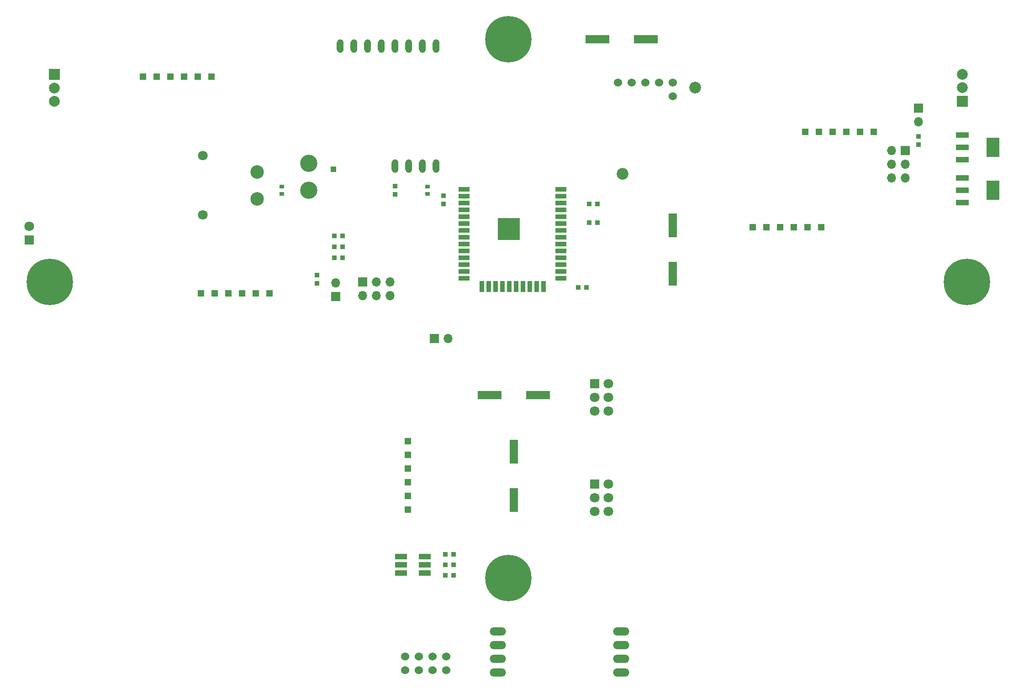
<source format=gts>
%TF.GenerationSoftware,KiCad,Pcbnew,8.0.3*%
%TF.CreationDate,2024-07-01T16:21:36+02:00*%
%TF.ProjectId,bottomPCB,626f7474-6f6d-4504-9342-2e6b69636164,rev?*%
%TF.SameCoordinates,Original*%
%TF.FileFunction,Soldermask,Top*%
%TF.FilePolarity,Negative*%
%FSLAX46Y46*%
G04 Gerber Fmt 4.6, Leading zero omitted, Abs format (unit mm)*
G04 Created by KiCad (PCBNEW 8.0.3) date 2024-07-01 16:21:36*
%MOMM*%
%LPD*%
G01*
G04 APERTURE LIST*
%ADD10R,1.308000X1.308000*%
%ADD11R,2.464999X1.050013*%
%ADD12R,2.464999X3.540005*%
%ADD13R,1.650013X4.500000*%
%ADD14C,8.600000*%
%ADD15O,3.016000X1.508000*%
%ADD16R,1.700000X1.700000*%
%ADD17O,1.700000X1.700000*%
%ADD18R,0.806477X0.864008*%
%ADD19R,4.500000X1.650013*%
%ADD20R,2.000000X0.900000*%
%ADD21R,0.900000X2.000000*%
%ADD22R,4.100000X4.100000*%
%ADD23R,0.900000X0.800000*%
%ADD24R,2.264999X1.000000*%
%ADD25R,2.000000X2.000000*%
%ADD26C,2.000000*%
%ADD27R,0.864008X0.806477*%
%ADD28C,3.200000*%
%ADD29C,2.180000*%
%ADD30C,1.530000*%
%ADD31R,1.800000X1.800000*%
%ADD32C,1.800000*%
%ADD33O,1.270000X2.540000*%
%ADD34R,1.108000X1.108000*%
%ADD35C,2.500000*%
%ADD36C,1.524003*%
G04 APERTURE END LIST*
D10*
%TO.C,ESCON-V4*%
X-47574800Y13121400D03*
X-50114800Y13121400D03*
X-52654800Y13121400D03*
X-55194800Y13121400D03*
X-45034800Y13121400D03*
X-57734800Y13121400D03*
%TD*%
D11*
%TO.C,U9*%
X94142495Y2254812D03*
X94142495Y-45163D03*
X94142495Y-2345138D03*
D12*
X99857507Y-45163D03*
%TD*%
D13*
%TO.C,C7*%
X40500000Y-14500127D03*
X40500000Y-23499873D03*
%TD*%
D14*
%TO.C,H2*%
X-75000000Y-25000000D03*
%TD*%
D15*
%TO.C,Taster_LED1*%
X8070000Y-89865000D03*
X8070000Y-92405000D03*
X8070000Y-94945000D03*
X8070000Y-97485000D03*
X30930000Y-97485000D03*
X30930000Y-94945000D03*
X30930000Y-92405000D03*
X30930000Y-89865000D03*
%TD*%
D16*
%TO.C,J4*%
X83600000Y-600000D03*
D17*
X81060000Y-600000D03*
X83600000Y-3140000D03*
X81060000Y-3140000D03*
X83600000Y-5679999D03*
X81060000Y-5680000D03*
%TD*%
D18*
%TO.C,R3*%
X26500000Y-10500000D03*
X24993268Y-10500000D03*
%TD*%
D14*
%TO.C,H1*%
X10000000Y20000000D03*
%TD*%
D19*
%TO.C,C8*%
X26500127Y20000000D03*
X35499873Y20000000D03*
%TD*%
D18*
%TO.C,R8*%
X-1707518Y-75552653D03*
X-200786Y-75552653D03*
%TD*%
D14*
%TO.C,H3*%
X95000000Y-25000000D03*
%TD*%
D10*
%TO.C,ESCON-V3*%
X-44425200Y-27121400D03*
X-41885200Y-27121400D03*
X-39345200Y-27121400D03*
X-36805200Y-27121400D03*
X-46965200Y-27121400D03*
X-34265200Y-27121400D03*
%TD*%
D20*
%TO.C,U2*%
X1769622Y-7823381D03*
X1769622Y-9093384D03*
X1769622Y-10363386D03*
X1769622Y-11633389D03*
X1769622Y-12903391D03*
X1769622Y-14173394D03*
X1769622Y-15443396D03*
X1769622Y-16713399D03*
X1769622Y-17983402D03*
X1769622Y-19253404D03*
X1769622Y-20523407D03*
X1769622Y-21793409D03*
X1769622Y-23063412D03*
X1769622Y-24333414D03*
D21*
X5054610Y-25833541D03*
X6324613Y-25833541D03*
X7594615Y-25833541D03*
X8864618Y-25833541D03*
X10134620Y-25833541D03*
X11404623Y-25833541D03*
X12674625Y-25833541D03*
X13944628Y-25833541D03*
X15214630Y-25833541D03*
X16484633Y-25833541D03*
D20*
X19769622Y-24333414D03*
X19769622Y-23063412D03*
X19769622Y-21793409D03*
X19769622Y-20523407D03*
X19769622Y-19253404D03*
X19769622Y-17983402D03*
X19769622Y-16713399D03*
X19769622Y-15443396D03*
X19769622Y-14173394D03*
X19769622Y-12903391D03*
X19769622Y-11633389D03*
X19769622Y-10363386D03*
X19769622Y-9093384D03*
X19769622Y-7823381D03*
D22*
X10089662Y-15163742D03*
%TD*%
D11*
%TO.C,U8*%
X94142494Y-5700025D03*
X94142494Y-8000000D03*
X94142494Y-10299975D03*
D12*
X99857506Y-8000000D03*
%TD*%
D23*
%TO.C,C3*%
X-5000000Y-8700024D03*
X-5000000Y-7299976D03*
%TD*%
D24*
%TO.C,LED1*%
X-9915036Y-75999746D03*
X-9915037Y-77499873D03*
X-9915036Y-79000000D03*
X-5500000Y-79000000D03*
X-5499999Y-77499873D03*
X-5500000Y-75999746D03*
%TD*%
D18*
%TO.C,R7*%
X22993270Y-26000000D03*
X24500000Y-26000000D03*
%TD*%
D25*
%TO.C,A1*%
X-74156503Y13470003D03*
D26*
X-74156503Y10970003D03*
X-74156503Y8470003D03*
%TD*%
D18*
%TO.C,R9*%
X-1707518Y-77499873D03*
X-200786Y-77499873D03*
%TD*%
%TO.C,R13*%
X-20746634Y-20540000D03*
X-22253366Y-20540000D03*
%TD*%
D27*
%TO.C,R1*%
X-11000000Y-7246634D03*
X-11000000Y-8753366D03*
%TD*%
D10*
%TO.C,ESCON-V2*%
X65425200Y-14878600D03*
X62885200Y-14878600D03*
X60345200Y-14878600D03*
X57805200Y-14878600D03*
X67965200Y-14878600D03*
X55265200Y-14878600D03*
%TD*%
%TO.C,ESCON-V1*%
X67574800Y2878600D03*
X70114800Y2878600D03*
X72654800Y2878600D03*
X75194800Y2878600D03*
X65034800Y2878600D03*
X77734800Y2878600D03*
%TD*%
%TO.C,ESCON-V5*%
X-8621400Y-57074800D03*
X-8621400Y-59614800D03*
X-8621400Y-62154800D03*
X-8621400Y-64694800D03*
X-8621400Y-54534800D03*
X-8621400Y-67234800D03*
%TD*%
D18*
%TO.C,R2*%
X26500000Y-14000000D03*
X24993268Y-14000000D03*
%TD*%
D28*
%TO.C,CN2*%
X-27000000Y-3000000D03*
X-27000000Y-8000000D03*
%TD*%
D16*
%TO.C,LB-S1*%
X-22025000Y-27750000D03*
D17*
X-22025000Y-25210000D03*
%TD*%
D29*
%TO.C,D36V28FX1*%
X44670000Y11070000D03*
X31170000Y-4930000D03*
D30*
X40500000Y9460000D03*
X40500000Y12000000D03*
X37960000Y12000000D03*
X35420000Y12000000D03*
X32880000Y12000000D03*
X30340000Y12000000D03*
%TD*%
D27*
%TO.C,R4*%
X-25500000Y-23746634D03*
X-25500000Y-25253366D03*
%TD*%
D16*
%TO.C,J3*%
X-3750000Y-35475000D03*
D17*
X-1210000Y-35475000D03*
%TD*%
D25*
%TO.C,A2*%
X94156504Y8529997D03*
D26*
X94156504Y11029997D03*
X94156504Y13529997D03*
%TD*%
D27*
%TO.C,R6*%
X-2000000Y-10500000D03*
X-2000000Y-8993268D03*
%TD*%
D16*
%TO.C,J2*%
X-17000000Y-25000000D03*
D17*
X-17000000Y-27540000D03*
X-14460000Y-25000000D03*
X-14460000Y-27540000D03*
X-11920001Y-25000000D03*
X-11920000Y-27540000D03*
%TD*%
D31*
%TO.C,C-Big1*%
X-78813500Y-17270003D03*
D32*
X-78813500Y-14729997D03*
%TD*%
D16*
%TO.C,LB-L1*%
X86025000Y7250000D03*
D17*
X86025000Y4710000D03*
%TD*%
D33*
%TO.C,Kicker1*%
X-21177750Y18713750D03*
X-18637750Y18713750D03*
X-16097750Y18713750D03*
X-13557750Y18713750D03*
X-11017750Y18713750D03*
X-8477750Y18713750D03*
X-5937750Y18713750D03*
X-3397750Y18713750D03*
D34*
X-22447750Y-4146250D03*
D33*
X-11017750Y-3511250D03*
X-8477750Y-3511250D03*
X-5937749Y-3511250D03*
X-3397750Y-3511250D03*
%TD*%
D13*
%TO.C,C4*%
X11000000Y-56500127D03*
X11000000Y-65499873D03*
%TD*%
D18*
%TO.C,R12*%
X-20746634Y-16500000D03*
X-22253366Y-16500000D03*
%TD*%
D35*
%TO.C,U3*%
X-36600000Y-4600000D03*
X-36600000Y-9600000D03*
D32*
X-46600000Y-12600000D03*
X-46600000Y-1600000D03*
%TD*%
D36*
%TO.C,Prog.1*%
X-1500000Y-94500000D03*
X-1500000Y-97040006D03*
X-4040005Y-94499999D03*
X-4040004Y-97040006D03*
X-6580012Y-94500000D03*
X-6580011Y-97040007D03*
X-9120016Y-94500000D03*
X-9120016Y-97040006D03*
%TD*%
D27*
%TO.C,R5*%
X86000000Y2000000D03*
X86000000Y493268D03*
%TD*%
D18*
%TO.C,R11*%
X-20746634Y-18500000D03*
X-22253366Y-18500000D03*
%TD*%
D23*
%TO.C,C6*%
X-32000000Y-8700024D03*
X-32000000Y-7299976D03*
%TD*%
D31*
%TO.C,I2C2*%
X25959994Y-62500000D03*
D32*
X28500000Y-62500000D03*
X25959994Y-65040005D03*
X28500000Y-65040005D03*
X25959994Y-67580010D03*
X28500000Y-67580010D03*
%TD*%
D31*
%TO.C,I2C1*%
X25959994Y-43919990D03*
D32*
X28500000Y-43919990D03*
X25959994Y-46459995D03*
X28500000Y-46459995D03*
X25959994Y-49000000D03*
X28500000Y-49000000D03*
%TD*%
D18*
%TO.C,R10*%
X-1707518Y-79499873D03*
X-200786Y-79499873D03*
%TD*%
D19*
%TO.C,C5*%
X6500127Y-46000000D03*
X15499873Y-46000000D03*
%TD*%
D14*
%TO.C,H4*%
X10000000Y-80000000D03*
%TD*%
M02*

</source>
